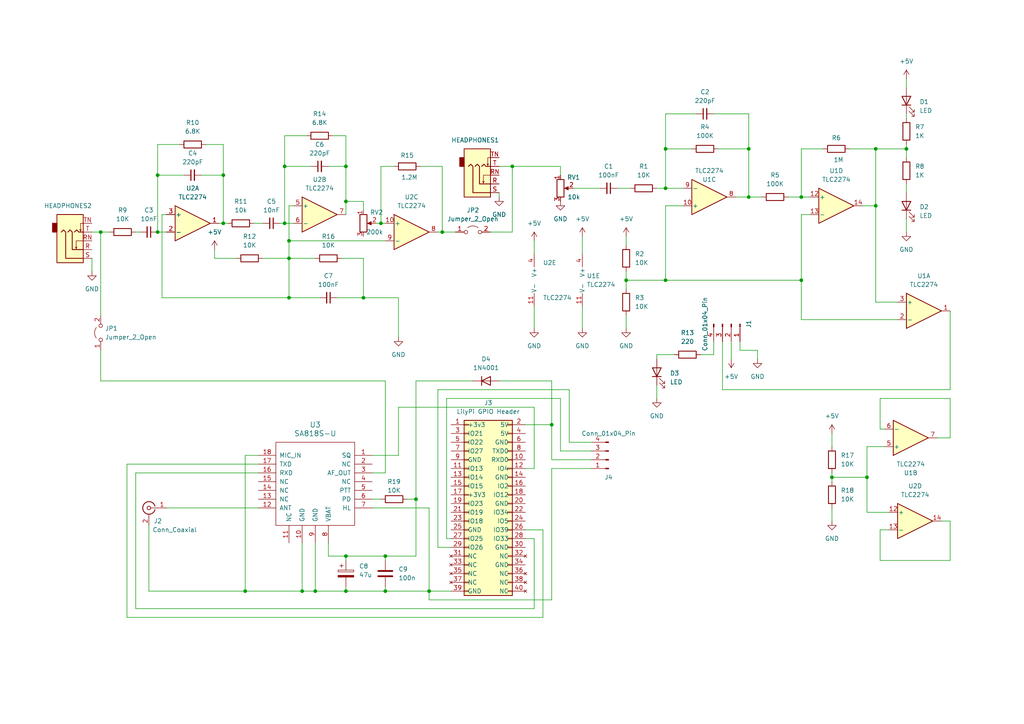
<source format=kicad_sch>
(kicad_sch (version 20250114) (generator "eeschema") (generator_version "9.0")
  (paper "A4")
  (title_block (title "SarsatJRX signal board") (date "2025-05-23") (rev "v0.1") (company "F4JRX - ADRASEC 31") (comment 1 "Based on the work of Jean-Paul YONNET (F1LVT) : https://f1lvt.com/") (comment 2 "SIgnal board for SarsatJRX decoder by F4JRX"))
  (lib_symbols
    (symbol "Amplifier_Operational:TLC2274" (pin_names (offset 0.127))
      (property "Reference" "U" (at 0 5.08 0))
      (property "Value" "TLC2274" (at 0 -5.08 0))
      (symbol "TLC2274_1_1"
        (polyline (pts (xy -5.08 5.08) (xy 5.08 0) (xy -5.08 -5.08) (xy -5.08 5.08)) (stroke (width 0.254)) (fill (type background)))
        (pin input line (at -7.62 2.54 0) (length 2.54) (name "+") (number "3"))
        (pin input line (at -7.62 -2.54 0) (length 2.54) (name "-") (number "2"))
        (pin output line (at 7.62 0 180) (length 2.54) (name "~") (number "1"))
      )
      (symbol "TLC2274_2_1"
        (polyline (pts (xy -5.08 5.08) (xy 5.08 0) (xy -5.08 -5.08) (xy -5.08 5.08)) (stroke (width 0.254)) (fill (type background)))
        (pin input line (at -7.62 2.54 0) (length 2.54) (name "+") (number "5"))
        (pin input line (at -7.62 -2.54 0) (length 2.54) (name "-") (number "6"))
        (pin output line (at 7.62 0 180) (length 2.54) (name "~") (number "7"))
      )
      (symbol "TLC2274_3_1"
        (polyline (pts (xy -5.08 5.08) (xy 5.08 0) (xy -5.08 -5.08) (xy -5.08 5.08)) (stroke (width 0.254)) (fill (type background)))
        (pin input line (at -7.62 2.54 0) (length 2.54) (name "+") (number "10"))
        (pin input line (at -7.62 -2.54 0) (length 2.54) (name "-") (number "9"))
        (pin output line (at 7.62 0 180) (length 2.54) (name "~") (number "8"))
      )
      (symbol "TLC2274_4_1"
        (polyline (pts (xy -5.08 5.08) (xy 5.08 0) (xy -5.08 -5.08) (xy -5.08 5.08)) (stroke (width 0.254)) (fill (type background)))
        (pin input line (at -7.62 2.54 0) (length 2.54) (name "+") (number "12"))
        (pin input line (at -7.62 -2.54 0) (length 2.54) (name "-") (number "13"))
        (pin output line (at 7.62 0 180) (length 2.54) (name "~") (number "14"))
      )
      (symbol "TLC2274_5_1"
        (pin power_in line (at -2.54 7.62 270) (length 3.81) (name "V+") (number "4"))
        (pin power_in line (at -2.54 -7.62 90) (length 3.81) (name "V-") (number "11"))
      )
    )
    (symbol "Connector:AudioJack3_SwitchTR"
      (property "Reference" "J" (at 0 8.89 0))
      (property "Value" "AudioJack3_SwitchTR" (at 0 6.35 0))
      (symbol "AudioJack3_SwitchTR_0_1"
        (rectangle (start -5.08 -5.08) (end -6.35 -7.62) (stroke (width 0.254)) (fill (type outline)))
        (polyline (pts (xy -1.905 -5.08) (xy -1.27 -5.715) (xy -0.635 -5.08) (xy -0.635 0) (xy 2.54 0)) (stroke (width 0.254)))
        (polyline (pts (xy 0 -5.08) (xy 0.635 -5.715) (xy 1.27 -5.08) (xy 2.54 -5.08)) (stroke (width 0.254)))
        (polyline (pts (xy 0.508 -0.254) (xy 0.762 -0.762)))
        (polyline (pts (xy 1.778 -5.334) (xy 2.032 -5.842)))
        (rectangle (start 2.54 3.81) (end -5.08 -10.16) (stroke (width 0.254)) (fill (type background)))
        (polyline (pts (xy 2.54 2.54) (xy -2.54 2.54) (xy -2.54 -5.08) (xy -3.175 -5.715) (xy -3.81 -5.08)) (stroke (width 0.254)))
        (polyline (pts (xy 2.54 -2.54) (xy 0.508 -2.54) (xy 0.508 -0.254) (xy 0.254 -0.762)))
        (polyline (pts (xy 2.54 -7.62) (xy 1.778 -7.62) (xy 1.778 -5.334) (xy 1.524 -5.842)))
      )
      (symbol "AudioJack3_SwitchTR_1_1"
        (pin passive line (at 5.08 2.54 180) (length 2.54) (name "~") (number "S"))
        (pin passive line (at 5.08 0 180) (length 2.54) (name "~") (number "R"))
        (pin passive line (at 5.08 -2.54 180) (length 2.54) (name "~") (number "RN"))
        (pin passive line (at 5.08 -5.08 180) (length 2.54) (name "~") (number "T"))
        (pin passive line (at 5.08 -7.62 180) (length 2.54) (name "~") (number "TN"))
      )
    )
    (symbol "Connector:Conn_01x04_Pin" (pin_names (offset 1.016) (hide yes))
      (property "Reference" "J" (at 0 5.08 0))
      (property "Value" "Conn_01x04_Pin" (at 0 -7.62 0))
      (symbol "Conn_01x04_Pin_1_1"
        (rectangle (start 0.8636 2.667) (end 0 2.413) (stroke (width 0.1524)) (fill (type outline)))
        (rectangle (start 0.8636 0.127) (end 0 -0.127) (stroke (width 0.1524)) (fill (type outline)))
        (rectangle (start 0.8636 -2.413) (end 0 -2.667) (stroke (width 0.1524)) (fill (type outline)))
        (rectangle (start 0.8636 -4.953) (end 0 -5.207) (stroke (width 0.1524)) (fill (type outline)))
        (polyline (pts (xy 1.27 2.54) (xy 0.8636 2.54)) (stroke (width 0.1524)))
        (polyline (pts (xy 1.27 0) (xy 0.8636 0)) (stroke (width 0.1524)))
        (polyline (pts (xy 1.27 -2.54) (xy 0.8636 -2.54)) (stroke (width 0.1524)))
        (polyline (pts (xy 1.27 -5.08) (xy 0.8636 -5.08)) (stroke (width 0.1524)))
        (pin passive line (at 5.08 2.54 180) (length 3.81) (name "Pin_1") (number "1"))
        (pin passive line (at 5.08 0 180) (length 3.81) (name "Pin_2") (number "2"))
        (pin passive line (at 5.08 -2.54 180) (length 3.81) (name "Pin_3") (number "3"))
        (pin passive line (at 5.08 -5.08 180) (length 3.81) (name "Pin_4") (number "4"))
      )
    )
    (symbol "Connector:Conn_Coaxial" (pin_names (offset 1.016) (hide yes))
      (property "Reference" "J" (at 0.254 3.048 0))
      (property "Value" "Conn_Coaxial" (at 2.921 0 90))
      (symbol "Conn_Coaxial_0_1"
        (polyline (pts (xy -2.54 0) (xy -0.508 0)))
        (arc (start 1.778 0) (mid 0.222 -1.8079) (end -1.778 -0.508) (stroke (width 0.254)))
        (arc (start -1.778 0.508) (mid 0.2221 1.8084) (end 1.778 0) (stroke (width 0.254)))
        (circle (center 0 0) (radius 0.508) (stroke (width 0.2032)))
        (polyline (pts (xy 0 -2.54) (xy 0 -1.778)))
      )
      (symbol "Conn_Coaxial_1_1"
        (pin passive line (at -5.08 0 0) (length 2.54) (name "In") (number "1"))
        (pin passive line (at 0 -5.08 90) (length 2.54) (name "Ext") (number "2"))
      )
    )
    (symbol "Device:C" (pin_numbers (hide yes)) (pin_names (offset 0.254))
      (property "Reference" "C" (at 0.635 2.54 0))
      (property "Value" "C" (at 0.635 -2.54 0))
      (symbol "C_0_1"
        (polyline (pts (xy -2.032 0.762) (xy 2.032 0.762)) (stroke (width 0.508)))
        (polyline (pts (xy -2.032 -0.762) (xy 2.032 -0.762)) (stroke (width 0.508)))
      )
      (symbol "C_1_1"
        (pin passive line (at 0 3.81 270) (length 2.794) (name "~") (number "1"))
        (pin passive line (at 0 -3.81 90) (length 2.794) (name "~") (number "2"))
      )
    )
    (symbol "Device:C_Polarized" (pin_numbers (hide yes)) (pin_names (offset 0.254))
      (property "Reference" "C" (at 0.635 2.54 0))
      (property "Value" "C_Polarized" (at 0.635 -2.54 0))
      (symbol "C_Polarized_0_1"
        (rectangle (start -2.286 0.508) (end 2.286 1.016))
        (polyline (pts (xy -1.778 2.286) (xy -0.762 2.286)))
        (polyline (pts (xy -1.27 2.794) (xy -1.27 1.778)))
        (rectangle (start 2.286 -0.508) (end -2.286 -1.016) (fill (type outline)))
      )
      (symbol "C_Polarized_1_1"
        (pin passive line (at 0 3.81 270) (length 2.794) (name "~") (number "1"))
        (pin passive line (at 0 -3.81 90) (length 2.794) (name "~") (number "2"))
      )
    )
    (symbol "Device:C_Small" (pin_numbers (hide yes)) (pin_names (offset 0.254) (hide yes))
      (property "Reference" "C" (at 0.254 1.778 0))
      (property "Value" "C_Small" (at 0.254 -2.032 0))
      (symbol "C_Small_0_1"
        (polyline (pts (xy -1.524 0.508) (xy 1.524 0.508)) (stroke (width 0.3048)))
        (polyline (pts (xy -1.524 -0.508) (xy 1.524 -0.508)) (stroke (width 0.3302)))
      )
      (symbol "C_Small_1_1"
        (pin passive line (at 0 2.54 270) (length 2.032) (name "~") (number "1"))
        (pin passive line (at 0 -2.54 90) (length 2.032) (name "~") (number "2"))
      )
    )
    (symbol "Device:LED" (pin_numbers (hide yes)) (pin_names (offset 1.016) (hide yes))
      (property "Reference" "D" (at 0 2.54 0))
      (property "Value" "LED" (at 0 -2.54 0))
      (symbol "LED_0_1"
        (polyline (pts (xy -3.048 -0.762) (xy -4.572 -2.286) (xy -3.81 -2.286) (xy -4.572 -2.286) (xy -4.572 -1.524)))
        (polyline (pts (xy -1.778 -0.762) (xy -3.302 -2.286) (xy -2.54 -2.286) (xy -3.302 -2.286) (xy -3.302 -1.524)))
        (polyline (pts (xy -1.27 0) (xy 1.27 0)))
        (polyline (pts (xy -1.27 -1.27) (xy -1.27 1.27)) (stroke (width 0.254)))
        (polyline (pts (xy 1.27 -1.27) (xy 1.27 1.27) (xy -1.27 0) (xy 1.27 -1.27)) (stroke (width 0.254)))
      )
      (symbol "LED_1_1"
        (pin passive line (at -3.81 0 0) (length 2.54) (name "K") (number "1"))
        (pin passive line (at 3.81 0 180) (length 2.54) (name "A") (number "2"))
      )
    )
    (symbol "Device:R" (pin_numbers (hide yes)) (pin_names (offset 0))
      (property "Reference" "R" (at 2.032 0 90))
      (property "Value" "R" (at 0 0 90))
      (symbol "R_0_1"
        (rectangle (start -1.016 -2.54) (end 1.016 2.54) (stroke (width 0.254)))
      )
      (symbol "R_1_1"
        (pin passive line (at 0 3.81 270) (length 1.27) (name "~") (number "1"))
        (pin passive line (at 0 -3.81 90) (length 1.27) (name "~") (number "2"))
      )
    )
    (symbol "Device:R_Potentiometer" (pin_names (offset 1.016) (hide yes))
      (property "Reference" "RV" (at -4.445 0 90))
      (property "Value" "R_Potentiometer" (at -2.54 0 90))
      (symbol "R_Potentiometer_0_1"
        (rectangle (start 1.016 2.54) (end -1.016 -2.54) (stroke (width 0.254)))
        (polyline (pts (xy 1.143 0) (xy 2.286 0.508) (xy 2.286 -0.508) (xy 1.143 0)) (fill (type outline)))
        (polyline (pts (xy 2.54 0) (xy 1.524 0)))
      )
      (symbol "R_Potentiometer_1_1"
        (pin passive line (at 0 3.81 270) (length 1.27) (name "1") (number "1"))
        (pin passive line (at 0 -3.81 90) (length 1.27) (name "3") (number "3"))
        (pin passive line (at 3.81 0 180) (length 1.27) (name "2") (number "2"))
      )
    )
    (symbol "Diode:1N4001" (pin_numbers (hide yes)) (pin_names (hide yes))
      (property "Reference" "D" (at 0 2.54 0))
      (property "Value" "1N4001" (at 0 -2.54 0))
      (symbol "1N4001_0_1"
        (polyline (pts (xy -1.27 1.27) (xy -1.27 -1.27)) (stroke (width 0.254)))
        (polyline (pts (xy 1.27 1.27) (xy 1.27 -1.27) (xy -1.27 0) (xy 1.27 1.27)) (stroke (width 0.254)))
        (polyline (pts (xy 1.27 0) (xy -1.27 0)))
      )
      (symbol "1N4001_1_1"
        (pin passive line (at -3.81 0 0) (length 2.54) (name "K") (number "1"))
        (pin passive line (at 3.81 0 180) (length 2.54) (name "A") (number "2"))
      )
    )
    (symbol "Jumper:Jumper_2_Open" (pin_names (offset 0) (hide yes))
      (property "Reference" "JP" (at 0 2.794 0))
      (property "Value" "Jumper_2_Open" (at 0 -2.286 0))
      (symbol "Jumper_2_Open_0_0"
        (circle (center -2.032 0) (radius 0.508))
        (circle (center 2.032 0) (radius 0.508))
      )
      (symbol "Jumper_2_Open_0_1"
        (arc (start -1.524 1.27) (mid 0 1.778) (end 1.524 1.27))
      )
      (symbol "Jumper_2_Open_1_1"
        (pin passive line (at -5.08 0 0) (length 2.54) (name "A") (number "1"))
        (pin passive line (at 5.08 0 180) (length 2.54) (name "B") (number "2"))
      )
    )
    (symbol "LilyPiGpioHeader:LilyPi_GPIO_Header" (pin_names (offset 1.016))
      (property "Reference" "J" (at 1.27 25.4 0))
      (property "Value" "LilyPi GPIO Header" (at 5.08 -27.94 0))
      (symbol "LilyPi_GPIO_Header_1_1"
        (rectangle (start -1.27 24.13) (end 12.7 -26.67) (stroke (width 0.254)) (fill (type background)))
        (rectangle (start -1.27 22.987) (end 0 22.733) (stroke (width 0.1524)))
        (rectangle (start -1.27 20.447) (end 0 20.193) (stroke (width 0.1524)))
        (rectangle (start -1.27 17.907) (end 0 17.653) (stroke (width 0.1524)))
        (rectangle (start -1.27 15.367) (end 0 15.113) (stroke (width 0.1524)))
        (rectangle (start -1.27 12.827) (end 0 12.573) (stroke (width 0.1524)))
        (rectangle (start -1.27 10.287) (end 0 10.033) (stroke (width 0.1524)))
        (rectangle (start -1.27 7.747) (end 0 7.493) (stroke (width 0.1524)))
        (rectangle (start -1.27 5.207) (end 0 4.953) (stroke (width 0.1524)))
        (rectangle (start -1.27 2.667) (end 0 2.413) (stroke (width 0.1524)))
        (rectangle (start -1.27 0.127) (end 0 -0.127) (stroke (width 0.1524)))
        (rectangle (start -1.27 -2.413) (end 0 -2.667) (stroke (width 0.1524)))
        (rectangle (start -1.27 -4.953) (end 0 -5.207) (stroke (width 0.1524)))
        (rectangle (start -1.27 -7.493) (end 0 -7.747) (stroke (width 0.1524)))
        (rectangle (start -1.27 -10.033) (end 0 -10.287) (stroke (width 0.1524)))
        (rectangle (start -1.27 -12.573) (end 0 -12.827) (stroke (width 0.1524)))
        (rectangle (start -1.27 -15.113) (end 0 -15.367) (stroke (width 0.1524)))
        (rectangle (start -1.27 -17.653) (end 0 -17.907) (stroke (width 0.1524)))
        (rectangle (start -1.27 -20.193) (end 0 -20.447) (stroke (width 0.1524)))
        (rectangle (start -1.27 -22.733) (end 0 -22.987) (stroke (width 0.1524)))
        (rectangle (start -1.27 -25.273) (end 0 -25.527) (stroke (width 0.1524)))
        (rectangle (start 12.7 22.987) (end 11.43 22.733) (stroke (width 0.1524)))
        (rectangle (start 12.7 20.447) (end 11.43 20.193) (stroke (width 0.1524)))
        (rectangle (start 12.7 17.907) (end 11.43 17.653) (stroke (width 0.1524)))
        (rectangle (start 12.7 15.367) (end 11.43 15.113) (stroke (width 0.1524)))
        (rectangle (start 12.7 12.827) (end 11.43 12.573) (stroke (width 0.1524)))
        (rectangle (start 12.7 10.287) (end 11.43 10.033) (stroke (width 0.1524)))
        (rectangle (start 12.7 7.747) (end 11.43 7.493) (stroke (width 0.1524)))
        (rectangle (start 12.7 5.207) (end 11.43 4.953) (stroke (width 0.1524)))
        (rectangle (start 12.7 2.667) (end 11.43 2.413) (stroke (width 0.1524)))
        (rectangle (start 12.7 0.127) (end 11.43 -0.127) (stroke (width 0.1524)))
        (rectangle (start 12.7 -2.413) (end 11.43 -2.667) (stroke (width 0.1524)))
        (rectangle (start 12.7 -4.953) (end 11.43 -5.207) (stroke (width 0.1524)))
        (rectangle (start 12.7 -7.493) (end 11.43 -7.747) (stroke (width 0.1524)))
        (rectangle (start 12.7 -10.033) (end 11.43 -10.287) (stroke (width 0.1524)))
        (rectangle (start 12.7 -12.573) (end 11.43 -12.827) (stroke (width 0.1524)))
        (rectangle (start 12.7 -15.113) (end 11.43 -15.367) (stroke (width 0.1524)))
        (rectangle (start 12.7 -17.653) (end 11.43 -17.907) (stroke (width 0.1524)))
        (rectangle (start 12.7 -20.193) (end 11.43 -20.447) (stroke (width 0.1524)))
        (rectangle (start 12.7 -22.733) (end 11.43 -22.987) (stroke (width 0.1524)))
        (rectangle (start 12.7 -25.273) (end 11.43 -25.527) (stroke (width 0.1524)))
        (pin power_out line (at -5.08 22.86 0) (length 3.81) (name "+3v3") (number "1"))
        (pin bidirectional line (at -5.08 20.32 0) (length 3.81) (name "IO21") (number "3"))
        (pin bidirectional line (at -5.08 17.78 0) (length 3.81) (name "IO22") (number "5"))
        (pin bidirectional line (at -5.08 15.24 0) (length 3.81) (name "IO27") (number "7"))
        (pin passive line (at -5.08 12.7 0) (length 3.81) (name "GND") (number "9"))
        (pin bidirectional line (at -5.08 10.16 0) (length 3.81) (name "IO13") (number "11"))
        (pin bidirectional line (at -5.08 7.62 0) (length 3.81) (name "IO14") (number "13"))
        (pin bidirectional line (at -5.08 5.08 0) (length 3.81) (name "IO15") (number "15"))
        (pin power_out line (at -5.08 2.54 0) (length 3.81) (name "+3V3") (number "17"))
        (pin bidirectional line (at -5.08 0 0) (length 3.81) (name "IO23") (number "19"))
        (pin bidirectional line (at -5.08 -2.54 0) (length 3.81) (name "IO19") (number "21"))
        (pin bidirectional line (at -5.08 -5.08 0) (length 3.81) (name "IO18") (number "23"))
        (pin passive line (at -5.08 -7.62 0) (length 3.81) (name "GND") (number "25"))
        (pin bidirectional line (at -5.08 -10.16 0) (length 3.81) (name "IO25") (number "27"))
        (pin bidirectional line (at -5.08 -12.7 0) (length 3.81) (name "IO26") (number "29"))
        (pin no_connect line (at -5.08 -15.24 0) (length 3.81) (name "NC") (number "31"))
        (pin no_connect line (at -5.08 -17.78 0) (length 3.81) (name "NC") (number "33"))
        (pin no_connect line (at -5.08 -20.32 0) (length 3.81) (name "NC") (number "35"))
        (pin no_connect line (at -5.08 -22.86 0) (length 3.81) (name "NC") (number "37"))
        (pin passive line (at -5.08 -25.4 0) (length 3.81) (name "GND") (number "39"))
        (pin power_out line (at 16.51 22.86 180) (length 3.81) (name "5V") (number "2"))
        (pin power_out line (at 16.51 20.32 180) (length 3.81) (name "5V") (number "4"))
        (pin passive line (at 16.51 17.78 180) (length 3.81) (name "GND") (number "6"))
        (pin bidirectional line (at 16.51 15.24 180) (length 3.81) (name "TXD0") (number "8"))
        (pin bidirectional line (at 16.51 12.7 180) (length 3.81) (name "RXD0") (number "10"))
        (pin bidirectional line (at 16.51 10.16 180) (length 3.81) (name "IO4") (number "12"))
        (pin passive line (at 16.51 7.62 180) (length 3.81) (name "GND") (number "14"))
        (pin bidirectional line (at 16.51 5.08 180) (length 3.81) (name "IO2") (number "16"))
        (pin bidirectional line (at 16.51 2.54 180) (length 3.81) (name "IO12") (number "18"))
        (pin passive line (at 16.51 0 180) (length 3.81) (name "GND") (number "20"))
        (pin bidirectional line (at 16.51 -2.54 180) (length 3.81) (name "IO34") (number "22"))
        (pin bidirectional line (at 16.51 -5.08 180) (length 3.81) (name "IO5") (number "24"))
        (pin bidirectional line (at 16.51 -7.62 180) (length 3.81) (name "IO39") (number "26"))
        (pin bidirectional line (at 16.51 -10.16 180) (length 3.81) (name "IO33") (number "28"))
        (pin passive line (at 16.51 -12.7 180) (length 3.81) (name "GND") (number "30"))
        (pin no_connect line (at 16.51 -15.24 180) (length 3.81) (name "NC") (number "32"))
        (pin passive line (at 16.51 -17.78 180) (length 3.81) (name "GND") (number "34"))
        (pin no_connect line (at 16.51 -20.32 180) (length 3.81) (name "NC") (number "36"))
        (pin no_connect line (at 16.51 -22.86 180) (length 3.81) (name "NC") (number "38"))
        (pin no_connect line (at 16.51 -25.4 180) (length 3.81) (name "NC") (number "40"))
      )
    )
    (symbol "dra818u:DRA818U" (pin_names (offset 1.016))
      (property "Reference" "U3" (at 11.43 29.21 0))
      (property "Value" "SA818S-U" (at 11.43 26.67 0))
      (symbol "DRA818U_0_1"
        (rectangle (start 0 0) (end 22.86 24.13))
      )
      (symbol "DRA818U_1_1"
        (pin input line (at -5.08 20.32 0) (length 5.08) (name "MIC_IN") (number "18"))
        (pin bidirectional line (at -5.08 17.78 0) (length 5.08) (name "TXD") (number "17"))
        (pin bidirectional line (at -5.08 15.24 0) (length 5.08) (name "RXD") (number "16"))
        (pin bidirectional line (at -5.08 12.7 0) (length 5.08) (name "NC") (number "15"))
        (pin bidirectional line (at -5.08 10.16 0) (length 5.08) (name "NC") (number "14"))
        (pin bidirectional line (at -5.08 7.62 0) (length 5.08) (name "NC") (number "13"))
        (pin output line (at -5.08 5.08 0) (length 5.08) (name "ANT") (number "12"))
        (pin bidirectional line (at 3.81 -5.08 90) (length 5.08) (name "NC") (number "11"))
        (pin power_in line (at 7.62 -5.08 90) (length 5.08) (name "GND") (number "10"))
        (pin power_in line (at 11.43 -5.08 90) (length 5.08) (name "GND") (number "9"))
        (pin power_in line (at 15.24 -5.08 90) (length 5.08) (name "VBAT") (number "8"))
        (pin bidirectional line (at 27.94 20.32 180) (length 5.08) (name "SQ") (number "1"))
        (pin bidirectional line (at 27.94 17.78 180) (length 5.08) (name "NC") (number "2"))
        (pin bidirectional line (at 27.94 15.24 180) (length 5.08) (name "AF_OUT") (number "3"))
        (pin bidirectional line (at 27.94 12.7 180) (length 5.08) (name "NC") (number "4"))
        (pin bidirectional line (at 27.94 10.16 180) (length 5.08) (name "PTT") (number "5"))
        (pin bidirectional line (at 27.94 7.62 180) (length 5.08) (name "PD") (number "6"))
        (pin bidirectional line (at 27.94 5.08 180) (length 5.08) (name "HL") (number "7"))
      )
    )
    (symbol "power:+5V" (power) (pin_names (offset 0))
      (property "Value" "+5V" (at 0 3.556 0))
      (symbol "+5V_0_1"
        (polyline (pts (xy -0.762 1.27) (xy 0 2.54)))
        (polyline (pts (xy 0 2.54) (xy 0.762 1.27)))
        (polyline (pts (xy 0 0) (xy 0 2.54)))
      )
      (symbol "+5V_1_1"
        (pin power_in line (at 0 0 90) (length 0) (hide yes) (name "+5V") (number "1"))
      )
    )
    (symbol "power:GND" (power) (pin_names (offset 0))
      (property "Value" "GND" (at 0 -3.81 0))
      (symbol "GND_0_1"
        (polyline (pts (xy 0 0) (xy 0 -1.27) (xy 1.27 -1.27) (xy 0 -2.54) (xy -1.27 -1.27) (xy 0 -1.27)))
      )
      (symbol "GND_1_1"
        (pin power_in line (at 0 0 270) (length 0) (hide yes) (name "GND") (number "1"))
      )
    )
  )
  (junction (at 262.89 43.18))
  (junction (at 232.41 81.28))
  (junction (at 251.46 138.43))
  (junction (at 71.12 171.45))
  (junction (at 29.21 67.31))
  (junction (at 87.63 171.45))
  (junction (at 105.41 86.36))
  (junction (at 91.44 171.45))
  (junction (at 100.33 161.29))
  (junction (at 83.82 74.93))
  (junction (at 100.33 48.26))
  (junction (at 45.72 50.8))
  (junction (at 241.3 138.43))
  (junction (at 217.17 43.18))
  (junction (at 232.41 57.15))
  (junction (at 111.76 171.45))
  (junction (at 181.61 81.28))
  (junction (at 193.04 54.61))
  (junction (at 45.72 67.31))
  (junction (at 193.04 43.18))
  (junction (at 64.77 50.8))
  (junction (at 128.27 67.31))
  (junction (at 64.77 64.77))
  (junction (at 82.55 48.26))
  (junction (at 100.33 58.42))
  (junction (at 160.02 123.19))
  (junction (at 193.04 81.28))
  (junction (at 254 59.69))
  (junction (at 83.82 69.85))
  (junction (at 83.82 86.36))
  (junction (at 111.76 161.29))
  (junction (at 82.55 64.77))
  (junction (at 110.49 64.77))
  (junction (at 217.17 57.15))
  (junction (at 124.46 171.45))
  (junction (at 148.59 48.26))
  (junction (at 120.65 144.78))
  (junction (at 100.33 171.45))
  (junction (at 254 43.18))
  (wire (pts (xy 82.55 48.26) (xy 82.55 64.77)))
  (wire (pts (xy 71.12 171.45) (xy 87.63 171.45)))
  (wire (pts (xy 100.33 161.29) (xy 100.33 162.56)))
  (wire (pts (xy 254 59.69) (xy 254 43.18)))
  (wire (pts (xy 193.04 59.69) (xy 198.12 59.69)))
  (wire (pts (xy 207.01 102.87) (xy 203.2 102.87)))
  (wire (pts (xy 58.42 50.8) (xy 64.77 50.8)))
  (wire (pts (xy 120.65 144.78) (xy 120.65 161.29)))
  (wire (pts (xy 137.16 110.49) (xy 120.65 110.49)))
  (wire (pts (xy 62.23 72.39) (xy 62.23 74.93)))
  (wire (pts (xy 105.41 74.93) (xy 105.41 86.36)))
  (wire (pts (xy 254 43.18) (xy 262.89 43.18)))
  (wire (pts (xy 105.41 86.36) (xy 115.57 86.36)))
  (wire (pts (xy 217.17 57.15) (xy 213.36 57.15)))
  (wire (pts (xy 111.76 110.49) (xy 29.21 110.49)))
  (wire (pts (xy 262.89 43.18) (xy 262.89 41.91)))
  (wire (pts (xy 152.4 156.21) (xy 154.94 156.21)))
  (wire (pts (xy 262.89 63.5) (xy 262.89 67.31)))
  (wire (pts (xy 255.27 115.57) (xy 255.27 124.46)))
  (wire (pts (xy 81.28 64.77) (xy 82.55 64.77)))
  (wire (pts (xy 251.46 148.59) (xy 257.81 148.59)))
  (wire (pts (xy 128.27 67.31) (xy 132.08 67.31)))
  (wire (pts (xy 130.81 158.75) (xy 127 158.75)))
  (wire (pts (xy 53.34 50.8) (xy 45.72 50.8)))
  (wire (pts (xy 97.79 86.36) (xy 105.41 86.36)))
  (wire (pts (xy 100.33 48.26) (xy 100.33 58.42)))
  (wire (pts (xy 82.55 64.77) (xy 85.09 64.77)))
  (wire (pts (xy 111.76 170.18) (xy 111.76 171.45)))
  (wire (pts (xy 241.3 147.32) (xy 241.3 151.13)))
  (wire (pts (xy 193.04 43.18) (xy 200.66 43.18)))
  (wire (pts (xy 165.1 113.03) (xy 165.1 128.27)))
  (wire (pts (xy 64.77 41.91) (xy 64.77 50.8)))
  (wire (pts (xy 160.02 123.19) (xy 160.02 133.35)))
  (wire (pts (xy 120.65 110.49) (xy 120.65 144.78)))
  (wire (pts (xy 275.59 162.56) (xy 275.59 151.13)))
  (wire (pts (xy 255.27 153.67) (xy 255.27 162.56)))
  (wire (pts (xy 212.09 99.06) (xy 212.09 104.14)))
  (wire (pts (xy 228.6 57.15) (xy 232.41 57.15)))
  (wire (pts (xy 217.17 57.15) (xy 220.98 57.15)))
  (wire (pts (xy 162.56 48.26) (xy 162.56 50.8)))
  (wire (pts (xy 160.02 133.35) (xy 171.45 133.35)))
  (wire (pts (xy 262.89 43.18) (xy 262.89 45.72)))
  (wire (pts (xy 45.72 41.91) (xy 45.72 50.8)))
  (wire (pts (xy 121.92 48.26) (xy 128.27 48.26)))
  (wire (pts (xy 152.4 135.89) (xy 154.94 135.89)))
  (wire (pts (xy 254 87.63) (xy 260.35 87.63)))
  (wire (pts (xy 39.37 137.16) (xy 74.93 137.16)))
  (wire (pts (xy 251.46 129.54) (xy 251.46 138.43)))
  (wire (pts (xy 162.56 115.57) (xy 162.56 130.81)))
  (wire (pts (xy 232.41 81.28) (xy 232.41 62.23)))
  (wire (pts (xy 111.76 161.29) (xy 111.76 162.56)))
  (wire (pts (xy 232.41 62.23) (xy 234.95 62.23)))
  (wire (pts (xy 251.46 138.43) (xy 251.46 148.59)))
  (wire (pts (xy 111.76 64.77) (xy 110.49 64.77)))
  (wire (pts (xy 275.59 151.13) (xy 273.05 151.13)))
  (wire (pts (xy 124.46 147.32) (xy 124.46 171.45)))
  (wire (pts (xy 95.25 48.26) (xy 100.33 48.26)))
  (wire (pts (xy 124.46 171.45) (xy 130.81 171.45)))
  (wire (pts (xy 64.77 50.8) (xy 64.77 64.77)))
  (wire (pts (xy 105.41 58.42) (xy 105.41 60.96)))
  (wire (pts (xy 162.56 130.81) (xy 171.45 130.81)))
  (wire (pts (xy 144.78 55.88) (xy 144.78 57.15)))
  (wire (pts (xy 148.59 48.26) (xy 162.56 48.26)))
  (wire (pts (xy 83.82 74.93) (xy 91.44 74.93)))
  (wire (pts (xy 154.94 135.89) (xy 154.94 118.11)))
  (wire (pts (xy 217.17 33.02) (xy 217.17 43.18)))
  (wire (pts (xy 193.04 54.61) (xy 193.04 43.18)))
  (wire (pts (xy 82.55 39.37) (xy 82.55 48.26)))
  (wire (pts (xy 154.94 156.21) (xy 154.94 176.53)))
  (wire (pts (xy 83.82 59.69) (xy 83.82 69.85)))
  (wire (pts (xy 255.27 124.46) (xy 256.54 124.46)))
  (wire (pts (xy 83.82 69.85) (xy 83.82 74.93)))
  (wire (pts (xy 165.1 128.27) (xy 171.45 128.27)))
  (wire (pts (xy 190.5 54.61) (xy 193.04 54.61)))
  (wire (pts (xy 275.59 115.57) (xy 275.59 127)))
  (wire (pts (xy 241.3 138.43) (xy 241.3 139.7)))
  (wire (pts (xy 74.93 132.08) (xy 71.12 132.08)))
  (wire (pts (xy 214.63 101.6) (xy 219.71 101.6)))
  (wire (pts (xy 64.77 64.77) (xy 66.04 64.77)))
  (wire (pts (xy 114.3 48.26) (xy 110.49 48.26)))
  (wire (pts (xy 127 158.75) (xy 127 113.03)))
  (wire (pts (xy 39.37 176.53) (xy 39.37 137.16)))
  (wire (pts (xy 181.61 81.28) (xy 181.61 83.82)))
  (wire (pts (xy 100.33 171.45) (xy 111.76 171.45)))
  (wire (pts (xy 154.94 118.11) (xy 115.57 118.11)))
  (wire (pts (xy 36.83 179.07) (xy 36.83 134.62)))
  (wire (pts (xy 209.55 113.03) (xy 209.55 99.06)))
  (wire (pts (xy 100.33 58.42) (xy 100.33 62.23)))
  (wire (pts (xy 127 67.31) (xy 128.27 67.31)))
  (wire (pts (xy 181.61 91.44) (xy 181.61 95.25)))
  (wire (pts (xy 152.4 153.67) (xy 157.48 153.67)))
  (wire (pts (xy 83.82 74.93) (xy 83.82 86.36)))
  (wire (pts (xy 275.59 127) (xy 271.78 127)))
  (wire (pts (xy 46.99 86.36) (xy 83.82 86.36)))
  (wire (pts (xy 142.24 67.31) (xy 148.59 67.31)))
  (wire (pts (xy 193.04 43.18) (xy 193.04 33.02)))
  (wire (pts (xy 154.94 69.85) (xy 154.94 73.66)))
  (wire (pts (xy 251.46 129.54) (xy 256.54 129.54)))
  (wire (pts (xy 88.9 39.37) (xy 82.55 39.37)))
  (wire (pts (xy 90.17 48.26) (xy 82.55 48.26)))
  (wire (pts (xy 107.95 147.32) (xy 124.46 147.32)))
  (wire (pts (xy 193.04 81.28) (xy 232.41 81.28)))
  (wire (pts (xy 52.07 41.91) (xy 45.72 41.91)))
  (wire (pts (xy 241.3 137.16) (xy 241.3 138.43)))
  (wire (pts (xy 160.02 135.89) (xy 171.45 135.89)))
  (wire (pts (xy 255.27 162.56) (xy 275.59 162.56)))
  (wire (pts (xy 208.28 43.18) (xy 217.17 43.18)))
  (wire (pts (xy 217.17 43.18) (xy 217.17 57.15)))
  (wire (pts (xy 193.04 54.61) (xy 198.12 54.61)))
  (wire (pts (xy 115.57 86.36) (xy 115.57 97.79)))
  (wire (pts (xy 100.33 39.37) (xy 100.33 48.26)))
  (wire (pts (xy 262.89 33.02) (xy 262.89 34.29)))
  (wire (pts (xy 111.76 161.29) (xy 120.65 161.29)))
  (wire (pts (xy 232.41 57.15) (xy 232.41 43.18)))
  (wire (pts (xy 100.33 170.18) (xy 100.33 171.45)))
  (wire (pts (xy 107.95 132.08) (xy 115.57 132.08)))
  (wire (pts (xy 207.01 99.06) (xy 207.01 102.87)))
  (wire (pts (xy 250.19 59.69) (xy 254 59.69)))
  (wire (pts (xy 179.07 54.61) (xy 182.88 54.61)))
  (wire (pts (xy 232.41 43.18) (xy 238.76 43.18)))
  (wire (pts (xy 45.72 67.31) (xy 48.26 67.31)))
  (wire (pts (xy 193.04 33.02) (xy 201.93 33.02)))
  (wire (pts (xy 111.76 110.49) (xy 111.76 137.16)))
  (wire (pts (xy 127 113.03) (xy 165.1 113.03)))
  (wire (pts (xy 241.3 138.43) (xy 251.46 138.43)))
  (wire (pts (xy 99.06 74.93) (xy 105.41 74.93)))
  (wire (pts (xy 85.09 59.69) (xy 83.82 59.69)))
  (wire (pts (xy 129.54 156.21) (xy 129.54 115.57)))
  (wire (pts (xy 91.44 157.48) (xy 91.44 171.45)))
  (wire (pts (xy 43.18 152.4) (xy 43.18 171.45)))
  (wire (pts (xy 26.67 67.31) (xy 29.21 67.31)))
  (wire (pts (xy 96.52 39.37) (xy 100.33 39.37)))
  (wire (pts (xy 160.02 110.49) (xy 144.78 110.49)))
  (wire (pts (xy 232.41 81.28) (xy 232.41 92.71)))
  (wire (pts (xy 214.63 99.06) (xy 214.63 101.6)))
  (wire (pts (xy 181.61 68.58) (xy 181.61 71.12)))
  (wire (pts (xy 29.21 67.31) (xy 29.21 91.44)))
  (wire (pts (xy 148.59 67.31) (xy 148.59 48.26)))
  (wire (pts (xy 160.02 123.19) (xy 160.02 110.49)))
  (wire (pts (xy 87.63 171.45) (xy 91.44 171.45)))
  (wire (pts (xy 111.76 171.45) (xy 124.46 171.45)))
  (wire (pts (xy 95.25 161.29) (xy 100.33 161.29)))
  (wire (pts (xy 232.41 57.15) (xy 234.95 57.15)))
  (wire (pts (xy 129.54 115.57) (xy 162.56 115.57)))
  (wire (pts (xy 181.61 78.74) (xy 181.61 81.28)))
  (wire (pts (xy 107.95 137.16) (xy 111.76 137.16)))
  (wire (pts (xy 83.82 69.85) (xy 111.76 69.85)))
  (wire (pts (xy 195.58 102.87) (xy 190.5 102.87)))
  (wire (pts (xy 26.67 74.93) (xy 26.67 78.74)))
  (wire (pts (xy 59.69 41.91) (xy 64.77 41.91)))
  (wire (pts (xy 262.89 53.34) (xy 262.89 55.88)))
  (wire (pts (xy 91.44 171.45) (xy 100.33 171.45)))
  (wire (pts (xy 110.49 48.26) (xy 110.49 64.77)))
  (wire (pts (xy 154.94 176.53) (xy 39.37 176.53)))
  (wire (pts (xy 232.41 92.71) (xy 260.35 92.71)))
  (wire (pts (xy 190.5 111.76) (xy 190.5 115.57)))
  (wire (pts (xy 219.71 101.6) (xy 219.71 104.14)))
  (wire (pts (xy 43.18 171.45) (xy 71.12 171.45)))
  (wire (pts (xy 45.72 50.8) (xy 45.72 67.31)))
  (wire (pts (xy 87.63 157.48) (xy 87.63 171.45)))
  (wire (pts (xy 275.59 113.03) (xy 209.55 113.03)))
  (wire (pts (xy 39.37 67.31) (xy 40.64 67.31)))
  (wire (pts (xy 152.4 123.19) (xy 160.02 123.19)))
  (wire (pts (xy 62.23 74.93) (xy 68.58 74.93)))
  (wire (pts (xy 255.27 153.67) (xy 257.81 153.67)))
  (wire (pts (xy 128.27 48.26) (xy 128.27 67.31)))
  (wire (pts (xy 275.59 90.17) (xy 275.59 113.03)))
  (wire (pts (xy 95.25 161.29) (xy 95.25 157.48)))
  (wire (pts (xy 262.89 22.86) (xy 262.89 25.4)))
  (wire (pts (xy 166.37 54.61) (xy 173.99 54.61)))
  (wire (pts (xy 76.2 74.93) (xy 83.82 74.93)))
  (wire (pts (xy 157.48 153.67) (xy 157.48 179.07)))
  (wire (pts (xy 193.04 81.28) (xy 193.04 59.69)))
  (wire (pts (xy 190.5 102.87) (xy 190.5 104.14)))
  (wire (pts (xy 130.81 156.21) (xy 129.54 156.21)))
  (wire (pts (xy 118.11 144.78) (xy 120.65 144.78)))
  (wire (pts (xy 124.46 173.99) (xy 160.02 173.99)))
  (wire (pts (xy 29.21 101.6) (xy 29.21 110.49)))
  (wire (pts (xy 29.21 67.31) (xy 31.75 67.31)))
  (wire (pts (xy 181.61 81.28) (xy 193.04 81.28)))
  (wire (pts (xy 46.99 62.23) (xy 46.99 86.36)))
  (wire (pts (xy 63.5 64.77) (xy 64.77 64.77)))
  (wire (pts (xy 100.33 161.29) (xy 111.76 161.29)))
  (wire (pts (xy 115.57 118.11) (xy 115.57 132.08)))
  (wire (pts (xy 168.91 88.9) (xy 168.91 95.25)))
  (wire (pts (xy 71.12 132.08) (xy 71.12 171.45)))
  (wire (pts (xy 254 59.69) (xy 254 87.63)))
  (wire (pts (xy 83.82 86.36) (xy 92.71 86.36)))
  (wire (pts (xy 48.26 62.23) (xy 46.99 62.23)))
  (wire (pts (xy 107.95 144.78) (xy 110.49 144.78)))
  (wire (pts (xy 154.94 88.9) (xy 154.94 95.25)))
  (wire (pts (xy 100.33 58.42) (xy 105.41 58.42)))
  (wire (pts (xy 110.49 64.77) (xy 109.22 64.77)))
  (wire (pts (xy 157.48 179.07) (xy 36.83 179.07)))
  (wire (pts (xy 36.83 134.62) (xy 74.93 134.62)))
  (wire (pts (xy 207.01 33.02) (xy 217.17 33.02)))
  (wire (pts (xy 160.02 173.99) (xy 160.02 135.89)))
  (wire (pts (xy 48.26 147.32) (xy 74.93 147.32)))
  (wire (pts (xy 255.27 115.57) (xy 275.59 115.57)))
  (wire (pts (xy 144.78 48.26) (xy 148.59 48.26)))
  (wire (pts (xy 168.91 68.58) (xy 168.91 73.66)))
  (wire (pts (xy 124.46 171.45) (xy 124.46 173.99)))
  (wire (pts (xy 73.66 64.77) (xy 76.2 64.77)))
  (wire (pts (xy 241.3 125.73) (xy 241.3 129.54)))
  (wire (pts (xy 246.38 43.18) (xy 254 43.18)))
  (symbol (lib_id "Amplifier_Operational:TLC2274") (at 92.71 62.23 0) (unit 2)
    (property "Reference" "U2" (at 92.71 52.07 0))
    (property "Value" "TLC2274" (at 92.71 54.61 0))
    (property "Footprint" "Package_DIP:DIP-14_W7.62mm_Socket" (effects (hide yes)))
    (property "Datasheet" "http://www.ti.com/lit/ds/symlink/tlc2274.pdf" (effects (hide yes)))
  )
  (symbol (lib_id "power:+5V") (at 181.61 68.58 0) (unit 1)
    (property "Reference" "#PWR04" (effects (hide yes)))
    (property "Value" "+5V" (at 181.61 63.5 0))
  )
  (symbol (lib_id "Amplifier_Operational:TLC2274") (at 264.16 127 0) (mirror x) (unit 2)
    (property "Reference" "U1" (at 264.16 137.16 0))
    (property "Value" "TLC2274" (at 264.16 134.62 0))
    (property "Footprint" "Package_DIP:DIP-14_W7.62mm_Socket" (effects (hide yes)))
    (property "Datasheet" "http://www.ti.com/lit/ds/symlink/tlc2274.pdf" (effects (hide yes)))
  )
  (symbol (lib_id "Device:R") (at 262.89 38.1 180) (unit 1)
    (property "Reference" "R7" (at 265.43 36.83 0) (effects (justify right)))
    (property "Value" "1K" (at 265.43 39.37 0) (effects (justify right)))
    (property "Footprint" "Resistor_THT:R_Axial_DIN0207_L6.3mm_D2.5mm_P7.62mm_Horizontal" (effects (hide yes)))
  )
  (symbol (lib_id "Device:R") (at 55.88 41.91 90) (unit 1)
    (property "Reference" "R10" (at 55.88 35.56 90))
    (property "Value" "6.8K" (at 55.88 38.1 90))
    (property "Footprint" "Resistor_THT:R_Axial_DIN0207_L6.3mm_D2.5mm_P7.62mm_Horizontal" (effects (hide yes)))
  )
  (symbol (lib_id "Connector:Conn_Coaxial") (at 43.18 147.32 0) (mirror y) (unit 1)
    (property "Reference" "J2" (at 46.99 151.13 0) (effects (justify left)))
    (property "Value" "Conn_Coaxial" (at 57.15 153.67 0) (effects (justify left)))
    (property "Datasheet" " ~" (effects (hide yes)))
  )
  (symbol (lib_id "Amplifier_Operational:TLC2274") (at 55.88 64.77 0) (unit 1)
    (property "Reference" "U2" (at 55.88 54.61 0))
    (property "Value" "TLC2274" (at 55.88 57.15 0))
    (property "Footprint" "Package_DIP:DIP-14_W7.62mm_Socket" (effects (hide yes)))
    (property "Datasheet" "http://www.ti.com/lit/ds/symlink/tlc2274.pdf" (effects (hide yes)))
  )
  (symbol (lib_id "dra818u:DRA818U") (at 80.01 152.4 0) (unit 1)
    (property "Reference" "U3" (at 91.44 123.19 0) (effects (font (size 1.524 1.524))))
    (property "Value" "SA818S-U" (at 91.44 125.73 0) (effects (font (size 1.524 1.524))))
    (property "Footprint" "DRA818U_AND_V_Kicad-master:DRA818" (effects (hide yes)))
  )
  (symbol (lib_id "Amplifier_Operational:TLC2274") (at 171.45 81.28 0) (unit 5)
    (property "Reference" "U1" (at 170.18 80.01 0) (effects (justify left)))
    (property "Value" "TLC2274" (at 170.18 82.55 0) (effects (justify left)))
    (property "Footprint" "Package_DIP:DIP-14_W7.62mm_Socket" (effects (hide yes)))
    (property "Datasheet" "http://www.ti.com/lit/ds/symlink/tlc2274.pdf" (effects (hide yes)))
  )
  (symbol (lib_id "power:+5V") (at 212.09 104.14 0) (mirror x) (unit 1)
    (property "Reference" "#PWR015" (effects (hide yes)))
    (property "Value" "+5V" (at 212.09 109.22 0))
  )
  (symbol (lib_id "Device:R") (at 92.71 39.37 90) (unit 1)
    (property "Reference" "R14" (at 92.71 33.02 90))
    (property "Value" "6.8K" (at 92.71 35.56 90))
    (property "Footprint" "Resistor_THT:R_Axial_DIN0207_L6.3mm_D2.5mm_P7.62mm_Horizontal" (effects (hide yes)))
  )
  (symbol (lib_id "power:+5V") (at 241.3 125.73 0) (unit 1)
    (property "Reference" "#PWR017" (effects (hide yes)))
    (property "Value" "+5V" (at 241.3 120.65 0))
  )
  (symbol (lib_id "Device:R") (at 69.85 64.77 90) (unit 1)
    (property "Reference" "R11" (at 69.85 58.42 90))
    (property "Value" "10k" (at 69.85 60.96 90))
    (property "Footprint" "Resistor_THT:R_Axial_DIN0207_L6.3mm_D2.5mm_P7.62mm_Horizontal" (effects (hide yes)))
  )
  (symbol (lib_id "power:GND") (at 181.61 95.25 0) (mirror y) (unit 1)
    (property "Reference" "#PWR05" (effects (hide yes)))
    (property "Value" "GND" (at 181.61 100.33 0))
  )
  (symbol (lib_id "Connector:Conn_01x04_Pin") (at 212.09 93.98 270) (unit 1)
    (property "Reference" "J1" (at 217.17 93.98 0))
    (property "Value" "Conn_01x04_Pin" (at 204.47 93.98 0))
    (property "Footprint" "Connector_PinHeader_2.54mm:PinHeader_1x04_P2.54mm_Vertical" (effects (hide yes)))
  )
  (symbol (lib_id "power:GND") (at 190.5 115.57 0) (mirror y) (unit 1)
    (property "Reference" "#PWR016" (effects (hide yes)))
    (property "Value" "GND" (at 190.5 120.65 0))
  )
  (symbol (lib_id "Device:R") (at 241.3 143.51 0) (unit 1)
    (property "Reference" "R18" (at 243.84 142.24 0) (effects (justify left)))
    (property "Value" "10K" (at 243.84 144.78 0) (effects (justify left)))
    (property "Footprint" "Resistor_THT:R_Axial_DIN0207_L6.3mm_D2.5mm_P7.62mm_Horizontal" (effects (hide yes)))
  )
  (symbol (lib_id "power:+5V") (at 262.89 22.86 0) (unit 1)
    (property "Reference" "#PWR06" (effects (hide yes)))
    (property "Value" "+5V" (at 262.89 17.78 0))
  )
  (symbol (lib_id "Device:R") (at 262.89 49.53 180) (unit 1)
    (property "Reference" "R8" (at 265.43 48.26 0) (effects (justify right)))
    (property "Value" "1K" (at 265.43 50.8 0) (effects (justify right)))
    (property "Footprint" "Resistor_THT:R_Axial_DIN0207_L6.3mm_D2.5mm_P7.62mm_Horizontal" (effects (hide yes)))
  )
  (symbol (lib_id "power:GND") (at 168.91 95.25 0) (mirror y) (unit 1)
    (property "Reference" "#PWR03" (effects (hide yes)))
    (property "Value" "GND" (at 168.91 100.33 0))
  )
  (symbol (lib_id "Device:R") (at 118.11 48.26 90) (unit 1)
    (property "Reference" "R15" (at 118.11 45.085 90))
    (property "Value" "1.2M" (at 118.745 51.435 90))
    (property "Footprint" "Resistor_THT:R_Axial_DIN0207_L6.3mm_D2.5mm_P7.62mm_Horizontal" (effects (hide yes)))
  )
  (symbol (lib_id "Device:C_Polarized") (at 100.33 166.37 0) (unit 1)
    (property "Reference" "C8" (at 104.14 164.211 0) (effects (justify left)))
    (property "Value" "47u" (at 104.14 166.751 0) (effects (justify left)))
  )
  (symbol (lib_id "Device:R") (at 241.3 133.35 180) (unit 1)
    (property "Reference" "R17" (at 243.84 132.08 0) (effects (justify right)))
    (property "Value" "10K" (at 243.84 134.62 0) (effects (justify right)))
    (property "Footprint" "Resistor_THT:R_Axial_DIN0207_L6.3mm_D2.5mm_P7.62mm_Horizontal" (effects (hide yes)))
  )
  (symbol (lib_id "Device:R_Potentiometer") (at 105.41 64.77 0) (unit 1)
    (property "Reference" "RV2" (at 111.125 61.595 0) (effects (justify right)))
    (property "Value" "200k" (at 111.125 67.31 0) (effects (justify right)))
    (property "Footprint" "Potentiometer_THT:Potentiometer_ACP_CA9-H2,5_Horizontal" (effects (hide yes)))
  )
  (symbol (lib_id "Device:R") (at 199.39 102.87 90) (unit 1)
    (property "Reference" "R13" (at 199.39 96.52 90))
    (property "Value" "220" (at 199.39 99.06 90))
    (property "Footprint" "Resistor_THT:R_Axial_DIN0207_L6.3mm_D2.5mm_P7.62mm_Horizontal" (effects (hide yes)))
  )
  (symbol (lib_id "Device:LED") (at 190.5 107.95 90) (unit 1)
    (property "Reference" "D3" (at 194.31 108.2675 90) (effects (justify right)))
    (property "Value" "LED" (at 194.31 110.8075 90) (effects (justify right)))
    (property "Footprint" "LED_THT:LED_D5.0mm" (effects (hide yes)))
  )
  (symbol (lib_id "power:GND") (at 144.78 57.15 0) (mirror y) (unit 1)
    (property "Reference" "#PWR012" (effects (hide yes)))
    (property "Value" "GND" (at 144.78 62.23 0))
  )
  (symbol (lib_id "power:GND") (at 154.94 95.25 0) (mirror y) (unit 1)
    (property "Reference" "#PWR09" (effects (hide yes)))
    (property "Value" "GND" (at 154.94 100.33 0))
  )
  (symbol (lib_id "Amplifier_Operational:TLC2274") (at 119.38 67.31 0) (unit 3)
    (property "Reference" "U2" (at 119.38 57.15 0))
    (property "Value" "TLC2274" (at 119.38 59.69 0))
    (property "Footprint" "Package_DIP:DIP-14_W7.62mm_Socket" (effects (hide yes)))
    (property "Datasheet" "http://www.ti.com/lit/ds/symlink/tlc2274.pdf" (effects (hide yes)))
  )
  (symbol (lib_id "Jumper:Jumper_2_Open") (at 137.16 67.31 0) (unit 1)
    (property "Reference" "JP2" (at 137.16 60.96 0))
    (property "Value" "Jumper_2_Open" (at 137.16 63.5 0))
    (property "Footprint" "TestPoint:TestPoint_2Pads_Pitch2.54mm_Drill0.8mm" (effects (hide yes)))
  )
  (symbol (lib_id "LilyPiGpioHeader:LilyPi_GPIO_Header") (at 135.89 146.05 0) (unit 1)
    (property "Reference" "J3" (at 141.605 116.84 0))
    (property "Value" "LilyPi GPIO Header" (at 141.605 119.38 0))
    (property "Footprint" "Connector_IDC:IDC-Header_2x20_P2.54mm_Horizontal" (effects (hide yes)))
  )
  (symbol (lib_id "Device:C_Small") (at 78.74 64.77 270) (unit 1)
    (property "Reference" "C5" (at 78.7336 58.42 90))
    (property "Value" "10nF" (at 78.7336 60.96 90))
    (property "Footprint" "Capacitor_THT:C_Disc_D3.0mm_W1.6mm_P2.50mm" (effects (hide yes)))
  )
  (symbol (lib_id "Device:R") (at 224.79 57.15 90) (unit 1)
    (property "Reference" "R5" (at 224.79 50.8 90))
    (property "Value" "100K" (at 224.79 53.34 90))
    (property "Footprint" "Resistor_THT:R_Axial_DIN0207_L6.3mm_D2.5mm_P7.62mm_Horizontal" (effects (hide yes)))
  )
  (symbol (lib_id "Jumper:Jumper_2_Open") (at 29.21 96.52 90) (unit 1)
    (property "Reference" "JP1" (at 30.48 95.25 90) (effects (justify right)))
    (property "Value" "Jumper_2_Open" (at 30.48 97.79 90) (effects (justify right)))
    (property "Footprint" "TestPoint:TestPoint_2Pads_Pitch2.54mm_Drill0.8mm" (effects (hide yes)))
  )
  (symbol (lib_id "Device:R") (at 186.69 54.61 90) (unit 1)
    (property "Reference" "R1" (at 186.69 48.26 90))
    (property "Value" "10K" (at 186.69 50.8 90))
    (property "Footprint" "Resistor_THT:R_Axial_DIN0207_L6.3mm_D2.5mm_P7.62mm_Horizontal" (effects (hide yes)))
  )
  (symbol (lib_id "Device:R") (at 204.47 43.18 90) (unit 1)
    (property "Reference" "R4" (at 204.47 36.83 90))
    (property "Value" "100K" (at 204.47 39.37 90))
    (property "Footprint" "Resistor_THT:R_Axial_DIN0207_L6.3mm_D2.5mm_P7.62mm_Horizontal" (effects (hide yes)))
  )
  (symbol (lib_id "Device:R") (at 181.61 74.93 180) (unit 1)
    (property "Reference" "R2" (at 184.15 73.66 0) (effects (justify right)))
    (property "Value" "10K" (at 184.15 76.2 0) (effects (justify right)))
    (property "Footprint" "Resistor_THT:R_Axial_DIN0207_L6.3mm_D2.5mm_P7.62mm_Horizontal" (effects (hide yes)))
  )
  (symbol (lib_id "Device:C_Small") (at 176.53 54.61 270) (unit 1)
    (property "Reference" "C1" (at 176.5236 48.26 90))
    (property "Value" "100nF" (at 176.5236 50.8 90))
    (property "Footprint" "Capacitor_THT:C_Disc_D3.0mm_W1.6mm_P2.50mm" (effects (hide yes)))
  )
  (symbol (lib_id "Amplifier_Operational:TLC2274") (at 265.43 151.13 0) (unit 4)
    (property "Reference" "U2" (at 265.43 140.97 0))
    (property "Value" "TLC2274" (at 265.43 143.51 0))
    (property "Footprint" "Package_DIP:DIP-14_W7.62mm_Socket" (effects (hide yes)))
    (property "Datasheet" "http://www.ti.com/lit/ds/symlink/tlc2274.pdf" (effects (hide yes)))
  )
  (symbol (lib_id "power:+5V") (at 154.94 69.85 0) (unit 1)
    (property "Reference" "#PWR08" (effects (hide yes)))
    (property "Value" "+5V" (at 154.94 64.77 0))
  )
  (symbol (lib_id "Diode:1N4001") (at 140.97 110.49 0) (unit 1)
    (property "Reference" "D4" (at 140.97 104.14 0))
    (property "Value" "1N4001" (at 140.97 106.68 0))
    (property "Footprint" "Diode_THT:D_DO-41_SOD81_P10.16mm_Horizontal" (effects (hide yes)))
    (property "Datasheet" "http://www.vishay.com/docs/88503/1n4001.pdf" (effects (hide yes)))
    (property "Sim.Device" "D" (effects (hide yes)))
    (property "Sim.Pins" "1=K 2=A" (effects (hide yes)))
  )
  (symbol (lib_id "Amplifier_Operational:TLC2274") (at 242.57 59.69 0) (unit 4)
    (property "Reference" "U1" (at 242.57 49.53 0))
    (property "Value" "TLC2274" (at 242.57 52.07 0))
    (property "Footprint" "Package_DIP:DIP-14_W7.62mm_Socket" (effects (hide yes)))
    (property "Datasheet" "http://www.ti.com/lit/ds/symlink/tlc2274.pdf" (effects (hide yes)))
  )
  (symbol (lib_id "Amplifier_Operational:TLC2274") (at 205.74 57.15 0) (mirror x) (unit 3)
    (property "Reference" "U1" (at 205.74 52.07 0))
    (property "Value" "TLC2274" (at 205.74 49.53 0))
    (property "Footprint" "Package_DIP:DIP-14_W7.62mm_Socket" (effects (hide yes)))
    (property "Datasheet" "http://www.ti.com/lit/ds/symlink/tlc2274.pdf" (effects (hide yes)))
  )
  (symbol (lib_id "power:GND") (at 26.67 78.74 0) (mirror y) (unit 1)
    (property "Reference" "#PWR013" (effects (hide yes)))
    (property "Value" "GND" (at 26.67 83.82 0))
  )
  (symbol (lib_id "Connector:AudioJack3_SwitchTR") (at 21.59 72.39 0) (mirror x) (unit 1)
    (property "Reference" "HEADPHONES2" (at 26.67 59.69 0) (effects (justify right)))
    (property "Value" "AudioJack3_SwitchTR" (effects (hide yes)))
    (property "Footprint" "footprints:PJ-307" (effects (hide yes)))
  )
  (symbol (lib_id "Device:C_Small") (at 204.47 33.02 90) (unit 1)
    (property "Reference" "C2" (at 204.4763 26.67 90))
    (property "Value" "220pF" (at 204.4763 29.21 90))
    (property "Footprint" "Capacitor_THT:C_Disc_D3.0mm_W1.6mm_P2.50mm" (effects (hide yes)))
  )
  (symbol (lib_id "Device:R") (at 95.25 74.93 90) (unit 1)
    (property "Reference" "R16" (at 95.25 68.58 90))
    (property "Value" "10K" (at 95.25 71.12 90))
    (property "Footprint" "Resistor_THT:R_Axial_DIN0207_L6.3mm_D2.5mm_P7.62mm_Horizontal" (effects (hide yes)))
  )
  (symbol (lib_id "Device:LED") (at 262.89 29.21 90) (unit 1)
    (property "Reference" "D1" (at 266.7 29.5275 90) (effects (justify right)))
    (property "Value" "LED" (at 266.7 32.0675 90) (effects (justify right)))
    (property "Footprint" "LED_THT:LED_D5.0mm" (effects (hide yes)))
  )
  (symbol (lib_id "Device:R") (at 72.39 74.93 90) (unit 1)
    (property "Reference" "R12" (at 72.39 68.58 90))
    (property "Value" "10K" (at 72.39 71.12 90))
    (property "Footprint" "Resistor_THT:R_Axial_DIN0207_L6.3mm_D2.5mm_P7.62mm_Horizontal" (effects (hide yes)))
  )
  (symbol (lib_id "Device:C_Small") (at 95.25 86.36 270) (unit 1)
    (property "Reference" "C7" (at 95.2436 80.01 90))
    (property "Value" "100nF" (at 95.2436 82.55 90))
    (property "Footprint" "Capacitor_THT:C_Disc_D3.0mm_W1.6mm_P2.50mm" (effects (hide yes)))
  )
  (symbol (lib_id "Device:LED") (at 262.89 59.69 90) (unit 1)
    (property "Reference" "D2" (at 266.7 60.0075 90) (effects (justify right)))
    (property "Value" "LED" (at 266.7 62.5475 90) (effects (justify right)))
    (property "Footprint" "LED_THT:LED_D5.0mm" (effects (hide yes)))
  )
  (symbol (lib_id "Device:C") (at 111.76 166.37 0) (unit 1)
    (property "Reference" "C9" (at 115.57 165.1 0) (effects (justify left)))
    (property "Value" "100n" (at 115.57 167.64 0) (effects (justify left)))
  )
  (symbol (lib_id "Connector:AudioJack3_SwitchTR") (at 139.7 53.34 0) (mirror x) (unit 1)
    (property "Reference" "HEADPHONES1" (at 144.78 40.64 0) (effects (justify right)))
    (property "Value" "AudioJack3_SwitchTR" (effects (hide yes)))
    (property "Footprint" "footprints:PJ-307" (effects (hide yes)))
  )
  (symbol (lib_id "power:GND") (at 262.89 67.31 0) (mirror y) (unit 1)
    (property "Reference" "#PWR07" (effects (hide yes)))
    (property "Value" "GND" (at 262.89 72.39 0))
  )
  (symbol (lib_id "Amplifier_Operational:TLC2274") (at 267.97 90.17 0) (unit 1)
    (property "Reference" "U1" (at 267.97 80.01 0))
    (property "Value" "TLC2274" (at 267.97 82.55 0))
    (property "Footprint" "Package_DIP:DIP-14_W7.62mm_Socket" (effects (hide yes)))
    (property "Datasheet" "http://www.ti.com/lit/ds/symlink/tlc2274.pdf" (effects (hide yes)))
  )
  (symbol (lib_id "Device:R") (at 114.3 144.78 90) (unit 1)
    (property "Reference" "R19" (at 114.3 139.7 90))
    (property "Value" "10K" (at 114.3 142.24 90))
    (property "Footprint" "Resistor_THT:R_Axial_DIN0207_L6.3mm_D2.5mm_P7.62mm_Horizontal" (effects (hide yes)))
  )
  (symbol (lib_id "Device:C_Small") (at 92.71 48.26 90) (unit 1)
    (property "Reference" "C6" (at 92.7163 41.91 90))
    (property "Value" "220pF" (at 92.7163 44.45 90))
    (property "Footprint" "Capacitor_THT:C_Disc_D3.0mm_W1.6mm_P2.50mm" (effects (hide yes)))
  )
  (symbol (lib_id "Device:C_Small") (at 55.88 50.8 90) (unit 1)
    (property "Reference" "C4" (at 55.8863 44.45 90))
    (property "Value" "220pF" (at 55.8863 46.99 90))
    (property "Footprint" "Capacitor_THT:C_Disc_D3.0mm_W1.6mm_P2.50mm" (effects (hide yes)))
  )
  (symbol (lib_id "Connector:Conn_01x04_Pin") (at 176.53 133.35 180) (unit 1)
    (property "Reference" "J4" (at 176.53 138.43 0))
    (property "Value" "Conn_01x04_Pin" (at 176.53 125.73 0))
    (property "Footprint" "Connector_PinHeader_2.54mm:PinHeader_1x04_P2.54mm_Vertical" (effects (hide yes)))
  )
  (symbol (lib_id "power:+5V") (at 168.91 68.58 0) (unit 1)
    (property "Reference" "#PWR02" (effects (hide yes)))
    (property "Value" "+5V" (at 168.91 63.5 0))
  )
  (symbol (lib_id "Device:R") (at 242.57 43.18 90) (unit 1)
    (property "Reference" "R6" (at 242.57 40.005 90))
    (property "Value" "1M" (at 243.205 46.355 90))
    (property "Footprint" "Resistor_THT:R_Axial_DIN0207_L6.3mm_D2.5mm_P7.62mm_Horizontal" (effects (hide yes)))
  )
  (symbol (lib_id "power:GND") (at 219.71 104.14 0) (mirror y) (unit 1)
    (property "Reference" "#PWR014" (effects (hide yes)))
    (property "Value" "GND" (at 219.71 109.22 0))
  )
  (symbol (lib_id "Device:C_Small") (at 43.18 67.31 270) (unit 1)
    (property "Reference" "C3" (at 43.1736 60.96 90))
    (property "Value" "10nF" (at 43.1736 63.5 90))
    (property "Footprint" "Capacitor_THT:C_Disc_D3.0mm_W1.6mm_P2.50mm" (effects (hide yes)))
  )
  (symbol (lib_id "power:+5V") (at 62.23 72.39 0) (unit 1)
    (property "Reference" "#PWR011" (effects (hide yes)))
    (property "Value" "+5V" (at 62.23 67.31 0))
  )
  (symbol (lib_id "Amplifier_Operational:TLC2274") (at 157.48 81.28 0) (unit 5)
    (property "Reference" "U2" (at 157.48 76.2 0) (effects (justify left)))
    (property "Value" "TLC2274" (at 157.48 86.36 0) (effects (justify left)))
    (property "Footprint" "Package_DIP:DIP-14_W7.62mm_Socket" (effects (hide yes)))
    (property "Datasheet" "http://www.ti.com/lit/ds/symlink/tlc2274.pdf" (effects (hide yes)))
  )
  (symbol (lib_id "power:GND") (at 162.56 58.42 0) (mirror y) (unit 1)
    (property "Reference" "#PWR01" (effects (hide yes)))
    (property "Value" "GND" (at 162.56 63.5 0))
  )
  (symbol (lib_id "power:GND") (at 115.57 97.79 0) (mirror y) (unit 1)
    (property "Reference" "#PWR010" (effects (hide yes)))
    (property "Value" "GND" (at 115.57 102.87 0))
  )
  (symbol (lib_id "Device:R") (at 35.56 67.31 90) (unit 1)
    (property "Reference" "R9" (at 35.56 60.96 90))
    (property "Value" "10K" (at 35.56 63.5 90))
    (property "Footprint" "Resistor_THT:R_Axial_DIN0207_L6.3mm_D2.5mm_P7.62mm_Horizontal" (effects (hide yes)))
  )
  (symbol (lib_id "Device:R_Potentiometer") (at 162.56 54.61 0) (unit 1)
    (property "Reference" "RV1" (at 168.275 51.435 0) (effects (justify right)))
    (property "Value" "10k" (at 168.275 57.15 0) (effects (justify right)))
    (property "Footprint" "Potentiometer_THT:Potentiometer_Runtron_RM-065_Vertical" (effects (hide yes)))
  )
  (symbol (lib_id "Device:R") (at 181.61 87.63 180) (unit 1)
    (property "Reference" "R3" (at 184.15 86.36 0) (effects (justify right)))
    (property "Value" "10K" (at 184.15 88.9 0) (effects (justify right)))
    (property "Footprint" "Resistor_THT:R_Axial_DIN0207_L6.3mm_D2.5mm_P7.62mm_Horizontal" (effects (hide yes)))
  )
  (symbol (lib_id "power:GND") (at 241.3 151.13 0) (mirror y) (unit 1)
    (property "Reference" "#PWR018" (effects (hide yes)))
    (property "Value" "GND" (at 241.3 156.21 0))
  )
)
</source>
